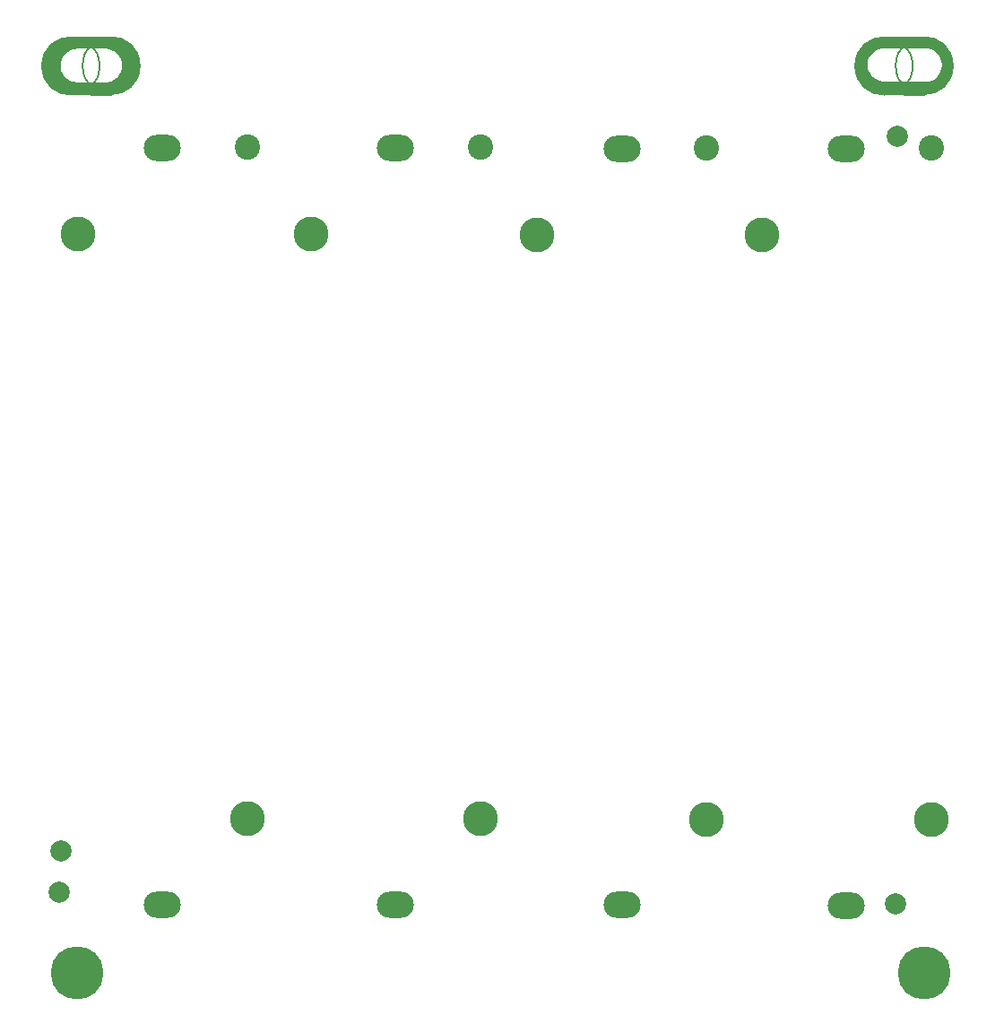
<source format=gbr>
%TF.GenerationSoftware,KiCad,Pcbnew,9.0.0*%
%TF.CreationDate,2025-05-14T15:36:39-07:00*%
%TF.ProjectId,battery_pack_v1a,62617474-6572-4795-9f70-61636b5f7631,rev?*%
%TF.SameCoordinates,Original*%
%TF.FileFunction,Soldermask,Top*%
%TF.FilePolarity,Negative*%
%FSLAX46Y46*%
G04 Gerber Fmt 4.6, Leading zero omitted, Abs format (unit mm)*
G04 Created by KiCad (PCBNEW 9.0.0) date 2025-05-14 15:36:39*
%MOMM*%
%LPD*%
G01*
G04 APERTURE LIST*
%ADD10C,0.150000*%
%ADD11C,5.000000*%
%ADD12C,3.300000*%
%ADD13C,2.400000*%
%ADD14O,3.500000X2.500000*%
%ADD15C,2.000000*%
G04 APERTURE END LIST*
D10*
X116650476Y-45874617D02*
G75*
G02*
X111235682Y-45874617I-2707397J0D01*
G01*
X111235682Y-45874617D02*
G75*
G02*
X116650476Y-45874617I2707397J0D01*
G01*
X120435487Y-45849319D02*
G75*
G02*
X115050671Y-45849319I-2692408J0D01*
G01*
X115050671Y-45849319D02*
G75*
G02*
X120435487Y-45849319I2692408J0D01*
G01*
X193450476Y-45874617D02*
G75*
G02*
X188035682Y-45874617I-2707397J0D01*
G01*
X188035682Y-45874617D02*
G75*
G02*
X193450476Y-45874617I2707397J0D01*
G01*
X113943079Y-48571364D02*
X117743079Y-48577871D01*
X194593079Y-43171364D02*
X190793079Y-43177871D01*
X190743079Y-48571364D02*
X194543079Y-48577871D01*
X197235487Y-45849319D02*
G75*
G02*
X191850671Y-45849319I-2692408J0D01*
G01*
X191850671Y-45849319D02*
G75*
G02*
X197235487Y-45849319I2692408J0D01*
G01*
X117793079Y-43171364D02*
X113993079Y-43177871D01*
D11*
%TO.C,*%
X194500000Y-131530000D03*
%TD*%
D12*
%TO.C,BT3*%
X130600000Y-116950000D03*
X114600000Y-61750000D03*
D13*
X130600000Y-53550000D03*
D14*
X122600000Y-53630000D03*
X122600000Y-125070000D03*
%TD*%
D15*
%TO.C,TP2*%
X113000000Y-120000000D03*
%TD*%
%TO.C,TP5*%
X192000000Y-52550000D03*
%TD*%
D12*
%TO.C,BT1*%
X152600000Y-116970000D03*
X136600000Y-61770000D03*
D13*
X152600000Y-53570000D03*
D14*
X144600000Y-53650000D03*
X144600000Y-125090000D03*
%TD*%
D12*
%TO.C,BT2*%
X174000000Y-116990000D03*
X158000000Y-61790000D03*
D13*
X174000000Y-53590000D03*
D14*
X166000000Y-53670000D03*
X166000000Y-125110000D03*
%TD*%
D11*
%TO.C,*%
X114500000Y-131530000D03*
%TD*%
D15*
%TO.C,TP4*%
X112860000Y-123900000D03*
%TD*%
%TO.C,TP3*%
X191800000Y-125000000D03*
%TD*%
D12*
%TO.C,BT4*%
X195200000Y-117000000D03*
X179200000Y-61800000D03*
D13*
X195200000Y-53600000D03*
D14*
X187200000Y-53680000D03*
X187200000Y-125120000D03*
%TD*%
G36*
X113842180Y-43172174D02*
G01*
X117737436Y-43163506D01*
X117746926Y-43163843D01*
X118394290Y-43211290D01*
X118433542Y-43220645D01*
X119002532Y-43457725D01*
X119025518Y-43470249D01*
X119487197Y-43788081D01*
X119508982Y-43807108D01*
X119990500Y-44336779D01*
X120005757Y-44357459D01*
X120183905Y-44659084D01*
X120197526Y-44692100D01*
X120439378Y-45642900D01*
X120443258Y-45672457D01*
X120448767Y-46134094D01*
X120440934Y-46179355D01*
X120103608Y-47090255D01*
X120094849Y-47109011D01*
X119907608Y-47436684D01*
X119889417Y-47461102D01*
X119466304Y-47905034D01*
X119450696Y-47918903D01*
X119067653Y-48206185D01*
X119049535Y-48217509D01*
X118755076Y-48368466D01*
X118730060Y-48378088D01*
X118009032Y-48570363D01*
X117976566Y-48574617D01*
X113654443Y-48574617D01*
X113631903Y-48572585D01*
X113113558Y-48478340D01*
X113074882Y-48464502D01*
X112603354Y-48202401D01*
X112591334Y-48194801D01*
X112251582Y-47952121D01*
X112242975Y-47945391D01*
X112044196Y-47775571D01*
X112042022Y-47773671D01*
X111736781Y-47500558D01*
X111711399Y-47469172D01*
X111525004Y-47142981D01*
X111518770Y-47130518D01*
X111350237Y-46741155D01*
X111340843Y-46706732D01*
X111293059Y-46324460D01*
X111237617Y-45889792D01*
X111237432Y-45859425D01*
X111243553Y-45806311D01*
X112976109Y-45806311D01*
X112991869Y-46055485D01*
X113046648Y-46299050D01*
X113046653Y-46299066D01*
X113139092Y-46530982D01*
X113266888Y-46745465D01*
X113266891Y-46745469D01*
X113426849Y-46937154D01*
X113614992Y-47101279D01*
X113614997Y-47101283D01*
X113826613Y-47233737D01*
X113826617Y-47233739D01*
X114056464Y-47331242D01*
X114298787Y-47391347D01*
X114422965Y-47404312D01*
X114422977Y-47404313D01*
X117173185Y-47429322D01*
X117298888Y-47426943D01*
X117298908Y-47426941D01*
X117547283Y-47387609D01*
X117786453Y-47309902D01*
X117786455Y-47309901D01*
X118010528Y-47195734D01*
X118213975Y-47047926D01*
X118391800Y-46870106D01*
X118539621Y-46666650D01*
X118653784Y-46442597D01*
X118653787Y-46442589D01*
X118731499Y-46203423D01*
X118770840Y-45955035D01*
X118770840Y-45703564D01*
X118731499Y-45455176D01*
X118653787Y-45216010D01*
X118653784Y-45216002D01*
X118539621Y-44991949D01*
X118391800Y-44788493D01*
X118213975Y-44610673D01*
X118010528Y-44462865D01*
X117786455Y-44348698D01*
X117786453Y-44348697D01*
X117547282Y-44270990D01*
X117547284Y-44270990D01*
X117298905Y-44231657D01*
X117298901Y-44231656D01*
X117173162Y-44229321D01*
X114472954Y-44255105D01*
X114472945Y-44255105D01*
X114348407Y-44264042D01*
X114104301Y-44316429D01*
X114104296Y-44316431D01*
X113871478Y-44406589D01*
X113655752Y-44532272D01*
X113462498Y-44690344D01*
X113296544Y-44876853D01*
X113162001Y-45087181D01*
X113161998Y-45087187D01*
X113062252Y-45316044D01*
X113062249Y-45316055D01*
X112999766Y-45557769D01*
X112976109Y-45806311D01*
X111243553Y-45806311D01*
X111304863Y-45274294D01*
X111308883Y-45254104D01*
X111403895Y-44921562D01*
X111409112Y-44906831D01*
X111587965Y-44486630D01*
X111600547Y-44463906D01*
X111923302Y-44001055D01*
X111952752Y-43971074D01*
X112293083Y-43724613D01*
X112575489Y-43489275D01*
X112614703Y-43467084D01*
X113362664Y-43206533D01*
X113383399Y-43201234D01*
X113655431Y-43155895D01*
X113690320Y-43154981D01*
X113842180Y-43172174D01*
G37*
G36*
X190642180Y-43172174D02*
G01*
X194537436Y-43163506D01*
X194546926Y-43163843D01*
X195194290Y-43211290D01*
X195233542Y-43220645D01*
X195802532Y-43457725D01*
X195825518Y-43470249D01*
X196287197Y-43788081D01*
X196308982Y-43807108D01*
X196790500Y-44336779D01*
X196805757Y-44357459D01*
X196983905Y-44659084D01*
X196997526Y-44692100D01*
X197239378Y-45642900D01*
X197243258Y-45672457D01*
X197248767Y-46134094D01*
X197240934Y-46179355D01*
X196903608Y-47090255D01*
X196894849Y-47109011D01*
X196707608Y-47436684D01*
X196689417Y-47461102D01*
X196266304Y-47905034D01*
X196250696Y-47918903D01*
X195867653Y-48206185D01*
X195849535Y-48217509D01*
X195555076Y-48368466D01*
X195530060Y-48378088D01*
X194809032Y-48570363D01*
X194776566Y-48574617D01*
X190454443Y-48574617D01*
X190431903Y-48572585D01*
X189913558Y-48478340D01*
X189874882Y-48464502D01*
X189403354Y-48202401D01*
X189391334Y-48194801D01*
X189051582Y-47952121D01*
X189042975Y-47945391D01*
X188844196Y-47775571D01*
X188842022Y-47773671D01*
X188536781Y-47500558D01*
X188511399Y-47469172D01*
X188325004Y-47142981D01*
X188318770Y-47130518D01*
X188150237Y-46741155D01*
X188140843Y-46706732D01*
X188093059Y-46324460D01*
X188037617Y-45889792D01*
X188037432Y-45859425D01*
X188038017Y-45854347D01*
X189198792Y-45854347D01*
X189198792Y-45854355D01*
X189234376Y-46101854D01*
X189308616Y-46340615D01*
X189419654Y-46564659D01*
X189419658Y-46564666D01*
X189564681Y-46768328D01*
X189564690Y-46768339D01*
X189740082Y-46946541D01*
X189740085Y-46946543D01*
X189941435Y-47094799D01*
X189941438Y-47094801D01*
X190163677Y-47209378D01*
X190163682Y-47209380D01*
X190401237Y-47287406D01*
X190648134Y-47326917D01*
X190648142Y-47326918D01*
X190773264Y-47329323D01*
X194623165Y-47379321D01*
X194748888Y-47376943D01*
X194748908Y-47376941D01*
X194997283Y-47337609D01*
X195236453Y-47259902D01*
X195236455Y-47259901D01*
X195460528Y-47145734D01*
X195663975Y-46997926D01*
X195841800Y-46820106D01*
X195989621Y-46616650D01*
X196103784Y-46392597D01*
X196103787Y-46392589D01*
X196181499Y-46153423D01*
X196220840Y-45905035D01*
X196220840Y-45653564D01*
X196181499Y-45405176D01*
X196103787Y-45166010D01*
X196103784Y-45166002D01*
X195989621Y-44941949D01*
X195841800Y-44738493D01*
X195663975Y-44560673D01*
X195460528Y-44412865D01*
X195236455Y-44298698D01*
X195236453Y-44298697D01*
X194997282Y-44220990D01*
X194997284Y-44220990D01*
X194748905Y-44181657D01*
X194748900Y-44181656D01*
X194623177Y-44179322D01*
X190823995Y-44180114D01*
X190822347Y-44180104D01*
X190698098Y-44178504D01*
X190450079Y-44210161D01*
X190450077Y-44210162D01*
X190210159Y-44280611D01*
X189984394Y-44388080D01*
X189778431Y-44529878D01*
X189597475Y-44702423D01*
X189446046Y-44901402D01*
X189446043Y-44901406D01*
X189327957Y-45121807D01*
X189246181Y-45358087D01*
X189202758Y-45604345D01*
X189198792Y-45854347D01*
X188038017Y-45854347D01*
X188104863Y-45274294D01*
X188108883Y-45254104D01*
X188203895Y-44921562D01*
X188209112Y-44906831D01*
X188387965Y-44486630D01*
X188400547Y-44463906D01*
X188723302Y-44001055D01*
X188752752Y-43971074D01*
X189093083Y-43724613D01*
X189375489Y-43489275D01*
X189414703Y-43467084D01*
X190162664Y-43206533D01*
X190183399Y-43201234D01*
X190455431Y-43155895D01*
X190490320Y-43154981D01*
X190642180Y-43172174D01*
G37*
M02*

</source>
